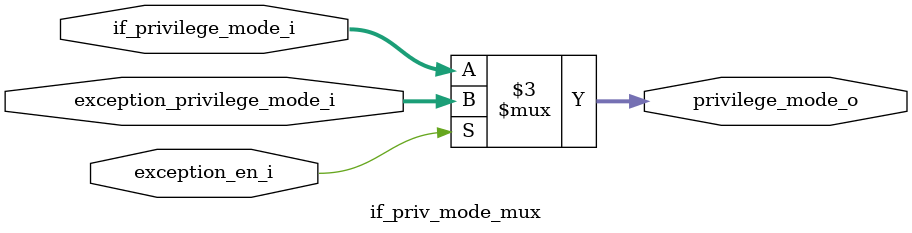
<source format=sv>
module if_priv_mode_mux #(
    parameter DATA_WIDTH = 32,
    parameter ADDR_WIDTH = 32
) (
    input wire exception_en_i,
    input wire [1:0] if_privilege_mode_i,
    input wire [1:0] exception_privilege_mode_i,
    output logic [1:0] privilege_mode_o
    );
    
    always_comb begin
        if (exception_en_i) begin
            privilege_mode_o = exception_privilege_mode_i;
        end
        else begin
            privilege_mode_o = if_privilege_mode_i;
        end
    end
endmodule

</source>
